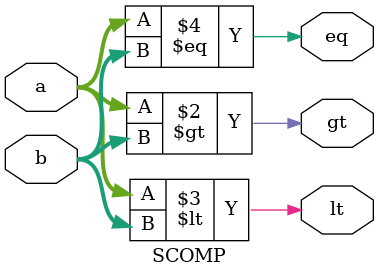
<source format=v>
`timescale 1ns / 1ns


module SCOMP #(parameter DATAWIDTH = 64)(a,b,gt,lt,eq);

	input signed [DATAWIDTH - 1:0] a;
	input signed [DATAWIDTH - 1:0] b;
	output reg gt;
	output reg lt;
	output reg eq;
always @(a,b) begin
		gt <= a>b;
		lt <= a<b;
		eq <= a==b; 

end
endmodule


</source>
